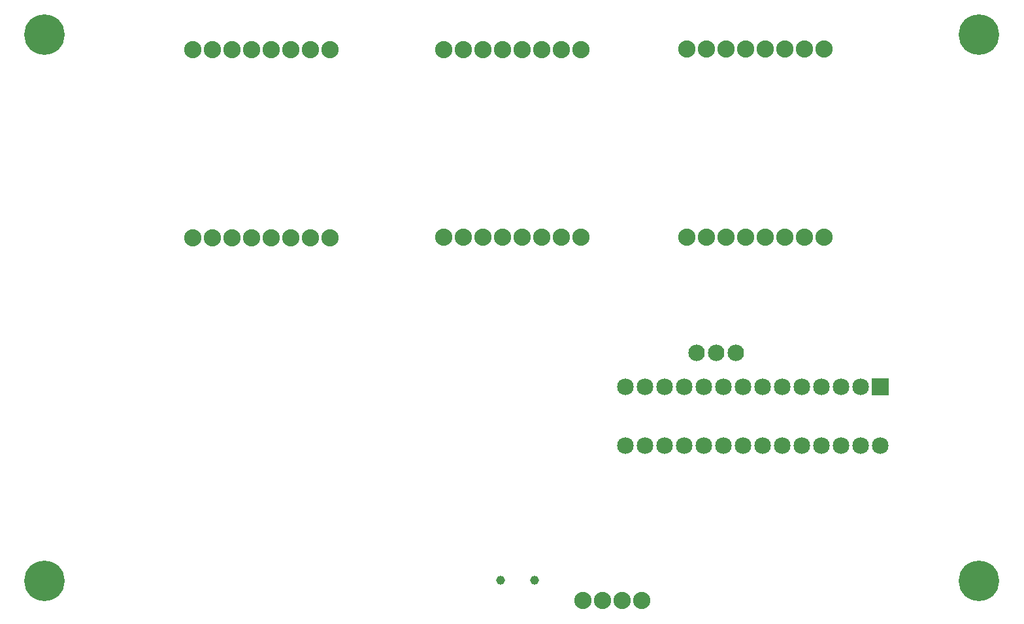
<source format=gbs>
G04 MADE WITH FRITZING*
G04 WWW.FRITZING.ORG*
G04 DOUBLE SIDED*
G04 HOLES PLATED*
G04 CONTOUR ON CENTER OF CONTOUR VECTOR*
%ASAXBY*%
%FSLAX23Y23*%
%MOIN*%
%OFA0B0*%
%SFA1.0B1.0*%
%ADD10C,0.049370*%
%ADD11C,0.085000*%
%ADD12C,0.084000*%
%ADD13C,0.206850*%
%ADD14C,0.045433*%
%ADD15C,0.088000*%
%ADD16R,0.085000X0.085000*%
%LNMASK0*%
G90*
G70*
G54D11*
X4434Y1173D03*
X4434Y873D03*
X4334Y1173D03*
X4334Y873D03*
X4234Y1173D03*
X4234Y873D03*
X4134Y1173D03*
X4134Y873D03*
X4034Y1173D03*
X4034Y873D03*
X3934Y1173D03*
X3934Y873D03*
X3834Y1173D03*
X3834Y873D03*
X3734Y1173D03*
X3734Y873D03*
X3634Y1173D03*
X3634Y873D03*
X3534Y1173D03*
X3534Y873D03*
X3434Y1173D03*
X3434Y873D03*
X3334Y1173D03*
X3334Y873D03*
X3234Y1173D03*
X3234Y873D03*
X3134Y1173D03*
X3134Y873D03*
G54D12*
X3596Y1346D03*
X3696Y1346D03*
X3496Y1346D03*
G54D13*
X171Y184D03*
X4938Y184D03*
X4938Y2969D03*
X171Y2969D03*
G54D14*
X2496Y187D03*
X2670Y187D03*
G54D15*
X4146Y2895D03*
X4046Y2895D03*
X3946Y2895D03*
X3846Y2895D03*
X3746Y2895D03*
X3646Y2895D03*
X3546Y2895D03*
X3446Y2895D03*
X2908Y2894D03*
X2808Y2894D03*
X2708Y2894D03*
X2608Y2894D03*
X2508Y2894D03*
X2408Y2894D03*
X2308Y2894D03*
X2208Y2894D03*
X1628Y2893D03*
X1528Y2893D03*
X1428Y2893D03*
X1328Y2893D03*
X1228Y2893D03*
X1128Y2893D03*
X1028Y2893D03*
X928Y2893D03*
X3218Y83D03*
X3118Y83D03*
X3018Y83D03*
X2918Y83D03*
X4146Y1935D03*
X4046Y1935D03*
X3946Y1935D03*
X3846Y1935D03*
X3746Y1935D03*
X3646Y1935D03*
X3546Y1935D03*
X3446Y1935D03*
X2908Y1935D03*
X2808Y1935D03*
X2708Y1935D03*
X2608Y1935D03*
X2508Y1935D03*
X2408Y1935D03*
X2308Y1935D03*
X2208Y1935D03*
X1628Y1934D03*
X1528Y1934D03*
X1428Y1934D03*
X1328Y1934D03*
X1228Y1934D03*
X1128Y1934D03*
X1028Y1934D03*
X928Y1934D03*
G54D16*
X4434Y1173D03*
G04 End of Mask0*
M02*
</source>
